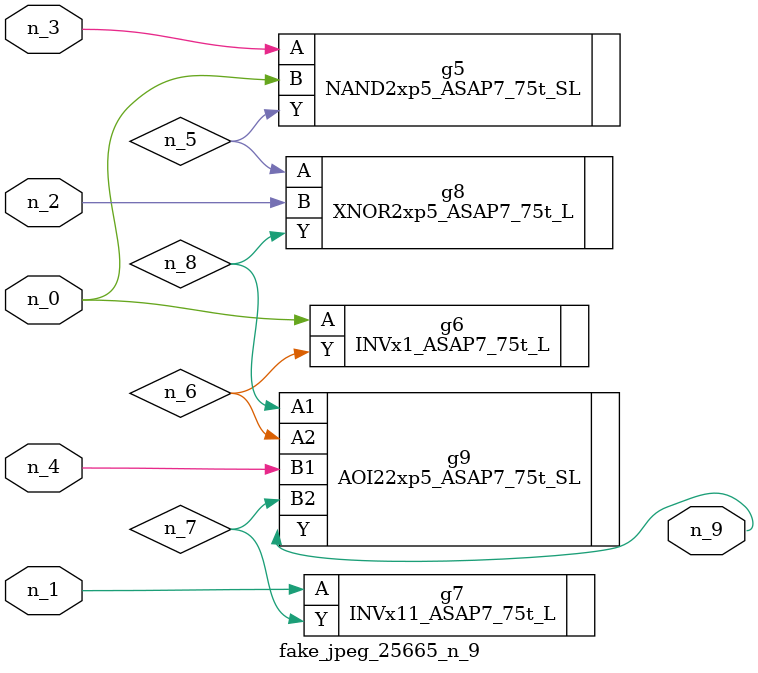
<source format=v>
module fake_jpeg_25665_n_9 (n_3, n_2, n_1, n_0, n_4, n_9);

input n_3;
input n_2;
input n_1;
input n_0;
input n_4;

output n_9;

wire n_8;
wire n_6;
wire n_5;
wire n_7;

NAND2xp5_ASAP7_75t_SL g5 ( 
.A(n_3),
.B(n_0),
.Y(n_5)
);

INVx1_ASAP7_75t_L g6 ( 
.A(n_0),
.Y(n_6)
);

INVx11_ASAP7_75t_L g7 ( 
.A(n_1),
.Y(n_7)
);

XNOR2xp5_ASAP7_75t_L g8 ( 
.A(n_5),
.B(n_2),
.Y(n_8)
);

AOI22xp5_ASAP7_75t_SL g9 ( 
.A1(n_8),
.A2(n_6),
.B1(n_4),
.B2(n_7),
.Y(n_9)
);


endmodule
</source>
